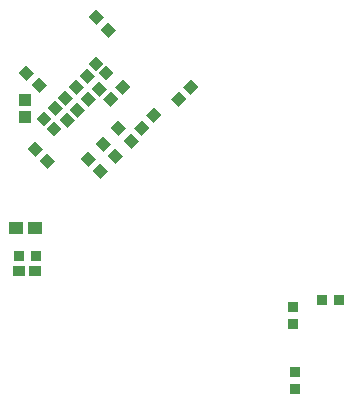
<source format=gbp>
G04*
G04 #@! TF.GenerationSoftware,Altium Limited,Altium Designer,25.0.2 (28)*
G04*
G04 Layer_Color=128*
%FSLAX25Y25*%
%MOIN*%
G70*
G04*
G04 #@! TF.SameCoordinates,77BAF947-F79B-4421-9DE9-08F6AA71662D*
G04*
G04*
G04 #@! TF.FilePolarity,Positive*
G04*
G01*
G75*
%ADD26R,0.03772X0.03591*%
G04:AMPARAMS|DCode=34|XSize=37.72mil|YSize=35.91mil|CornerRadius=0mil|HoleSize=0mil|Usage=FLASHONLY|Rotation=225.000|XOffset=0mil|YOffset=0mil|HoleType=Round|Shape=Rectangle|*
%AMROTATEDRECTD34*
4,1,4,0.00064,0.02603,0.02603,0.00064,-0.00064,-0.02603,-0.02603,-0.00064,0.00064,0.02603,0.0*
%
%ADD34ROTATEDRECTD34*%

G04:AMPARAMS|DCode=35|XSize=37.72mil|YSize=35.91mil|CornerRadius=0mil|HoleSize=0mil|Usage=FLASHONLY|Rotation=315.000|XOffset=0mil|YOffset=0mil|HoleType=Round|Shape=Rectangle|*
%AMROTATEDRECTD35*
4,1,4,-0.02603,0.00064,-0.00064,0.02603,0.02603,-0.00064,0.00064,-0.02603,-0.02603,0.00064,0.0*
%
%ADD35ROTATEDRECTD35*%

%ADD65R,0.03591X0.03772*%
%ADD162R,0.04164X0.03591*%
%ADD163R,0.04750X0.04166*%
G04:AMPARAMS|DCode=164|XSize=35.67mil|YSize=33.79mil|CornerRadius=0mil|HoleSize=0mil|Usage=FLASHONLY|Rotation=135.000|XOffset=0mil|YOffset=0mil|HoleType=Round|Shape=Rectangle|*
%AMROTATEDRECTD164*
4,1,4,0.02456,-0.00067,0.00067,-0.02456,-0.02456,0.00067,-0.00067,0.02456,0.02456,-0.00067,0.0*
%
%ADD164ROTATEDRECTD164*%

%ADD165R,0.03961X0.04153*%
D26*
X41839Y51968D02*
D03*
X36114D02*
D03*
X142676Y37421D02*
D03*
X136952D02*
D03*
D34*
X70922Y108323D02*
D03*
X66874Y104275D02*
D03*
X89512D02*
D03*
X93559Y108323D02*
D03*
X77110Y94827D02*
D03*
X81158Y98874D02*
D03*
D35*
X38583Y112992D02*
D03*
X42631Y108944D02*
D03*
X58606Y111866D02*
D03*
X62654Y107819D02*
D03*
X55063Y108323D02*
D03*
X59111Y104275D02*
D03*
X51519Y104780D02*
D03*
X55567Y100732D02*
D03*
X47976Y101237D02*
D03*
X52024Y97189D02*
D03*
X63048Y80260D02*
D03*
X59000Y84307D02*
D03*
X41283Y87654D02*
D03*
X45331Y83606D02*
D03*
X64118Y89425D02*
D03*
X68165Y85378D02*
D03*
X65803Y127504D02*
D03*
X61756Y131551D02*
D03*
X69236Y94544D02*
D03*
X73284Y90496D02*
D03*
D65*
X127559Y35146D02*
D03*
Y29421D02*
D03*
X127953Y13492D02*
D03*
Y7768D02*
D03*
D162*
X41553Y46850D02*
D03*
X36220D02*
D03*
D163*
X34938Y61417D02*
D03*
X41440D02*
D03*
D164*
X64990Y112963D02*
D03*
X61782Y116171D02*
D03*
X47667Y94459D02*
D03*
X44459Y97667D02*
D03*
D165*
X37937Y98425D02*
D03*
Y104139D02*
D03*
M02*

</source>
